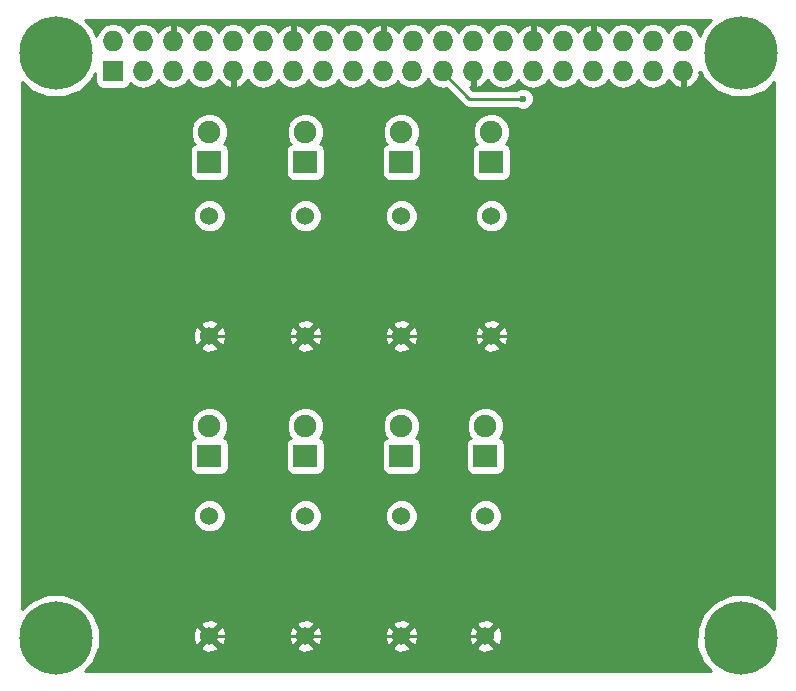
<source format=gbl>
G04 #@! TF.FileFunction,Copper,L2,Bot,Signal*
%FSLAX46Y46*%
G04 Gerber Fmt 4.6, Leading zero omitted, Abs format (unit mm)*
G04 Created by KiCad (PCBNEW 4.0.2-stable) date 20/7/2016 18:22:48*
%MOMM*%
G01*
G04 APERTURE LIST*
%ADD10C,0.100000*%
%ADD11R,1.727200X1.727200*%
%ADD12O,1.727200X1.727200*%
%ADD13R,2.000000X1.900000*%
%ADD14C,1.900000*%
%ADD15C,1.524000*%
%ADD16C,6.200000*%
%ADD17C,0.600000*%
%ADD18C,0.250000*%
%ADD19C,0.254000*%
G04 APERTURE END LIST*
D10*
D11*
X93002800Y-67744900D03*
D12*
X93002800Y-65204900D03*
X95542800Y-67744900D03*
X95542800Y-65204900D03*
X98082800Y-67744900D03*
X98082800Y-65204900D03*
X100622800Y-67744900D03*
X100622800Y-65204900D03*
X103162800Y-67744900D03*
X103162800Y-65204900D03*
X105702800Y-67744900D03*
X105702800Y-65204900D03*
X108242800Y-67744900D03*
X108242800Y-65204900D03*
X110782800Y-67744900D03*
X110782800Y-65204900D03*
X113322800Y-67744900D03*
X113322800Y-65204900D03*
X115862800Y-67744900D03*
X115862800Y-65204900D03*
X118302800Y-67744900D03*
X118402800Y-65204900D03*
X120942800Y-67744900D03*
X120942800Y-65204900D03*
X123482800Y-67744900D03*
X123482800Y-65204900D03*
X126022800Y-67744900D03*
X126022800Y-65204900D03*
X128562800Y-67744900D03*
X128562800Y-65204900D03*
X131102800Y-67744900D03*
X131102800Y-65204900D03*
X133642800Y-67744900D03*
X133642800Y-65204900D03*
X136182800Y-67744900D03*
X136182800Y-65204900D03*
X138722800Y-67744900D03*
X138722800Y-65204900D03*
X141262800Y-67744900D03*
X141262800Y-65204900D03*
D13*
X117398800Y-100355400D03*
D14*
X117398800Y-97815400D03*
D13*
X109270800Y-100355400D03*
D14*
X109270800Y-97815400D03*
D13*
X124510800Y-100355400D03*
D14*
X124510800Y-97815400D03*
D13*
X101142800Y-75463400D03*
D14*
X101142800Y-72923400D03*
D13*
X101142800Y-100355400D03*
D14*
X101142800Y-97815400D03*
D13*
X109270800Y-75463400D03*
D14*
X109270800Y-72923400D03*
D13*
X117398800Y-75463400D03*
D14*
X117398800Y-72923400D03*
D13*
X125018800Y-75463400D03*
D14*
X125018800Y-72923400D03*
D15*
X117398800Y-115595400D03*
X117398800Y-105435400D03*
X109270800Y-115595400D03*
X109270800Y-105435400D03*
X124510800Y-115595400D03*
X124510800Y-105435400D03*
X101142800Y-90195400D03*
X101142800Y-80035400D03*
X101142800Y-115595400D03*
X101142800Y-105435400D03*
X109270800Y-90195400D03*
X109270800Y-80035400D03*
X117398800Y-90195400D03*
X117398800Y-80035400D03*
X125018800Y-90195400D03*
X125018800Y-80035400D03*
D16*
X146132800Y-66263400D03*
X146132800Y-115763400D03*
X88132800Y-115763400D03*
X88132800Y-66263400D03*
D17*
X127695960Y-70106540D03*
D18*
X127695960Y-70106540D02*
X127322580Y-70101460D01*
X127322580Y-70101460D02*
X123131580Y-70101460D01*
X123131580Y-70101460D02*
X120812560Y-67782440D01*
X101142800Y-90195400D02*
X109270800Y-90195400D01*
X109270800Y-90195400D02*
X117398800Y-90195400D01*
X125018800Y-90195400D02*
X128295400Y-90195400D01*
X141132560Y-77358240D02*
X141132560Y-67782440D01*
X128295400Y-90195400D02*
X141132560Y-77358240D01*
X117398800Y-115595400D02*
X109270800Y-115595400D01*
X109270800Y-115595400D02*
X101142800Y-115595400D01*
X101142800Y-115595400D02*
X99110800Y-113563400D01*
X99110800Y-113563400D02*
X99110800Y-92227400D01*
X99110800Y-92227400D02*
X101142800Y-90195400D01*
X117398800Y-90195400D02*
X125018800Y-90195400D01*
X124510800Y-115595400D02*
X117398800Y-115595400D01*
D19*
G36*
X103289800Y-67617900D02*
X103309800Y-67617900D01*
X103309800Y-67871900D01*
X103289800Y-67871900D01*
X103289800Y-69078717D01*
X103521826Y-69199858D01*
X103937747Y-69027588D01*
X104369621Y-68633390D01*
X104427136Y-68510672D01*
X104643130Y-68833929D01*
X105129311Y-69158785D01*
X105702800Y-69272859D01*
X106276289Y-69158785D01*
X106762470Y-68833929D01*
X106972800Y-68519148D01*
X107183130Y-68833929D01*
X107669311Y-69158785D01*
X108242800Y-69272859D01*
X108816289Y-69158785D01*
X109302470Y-68833929D01*
X109512800Y-68519148D01*
X109723130Y-68833929D01*
X110209311Y-69158785D01*
X110782800Y-69272859D01*
X111356289Y-69158785D01*
X111842470Y-68833929D01*
X112052800Y-68519148D01*
X112263130Y-68833929D01*
X112749311Y-69158785D01*
X113322800Y-69272859D01*
X113896289Y-69158785D01*
X114382470Y-68833929D01*
X114592800Y-68519148D01*
X114803130Y-68833929D01*
X115289311Y-69158785D01*
X115862800Y-69272859D01*
X116436289Y-69158785D01*
X116922470Y-68833929D01*
X117082800Y-68593978D01*
X117243130Y-68833929D01*
X117729311Y-69158785D01*
X118302800Y-69272859D01*
X118876289Y-69158785D01*
X119362470Y-68833929D01*
X119622800Y-68444318D01*
X119883130Y-68833929D01*
X120369311Y-69158785D01*
X120942800Y-69272859D01*
X121180830Y-69225512D01*
X122594179Y-70638861D01*
X122840741Y-70803608D01*
X123131580Y-70861460D01*
X127128426Y-70861460D01*
X127165633Y-70898732D01*
X127509161Y-71041378D01*
X127881127Y-71041702D01*
X128224903Y-70899657D01*
X128488152Y-70636867D01*
X128630798Y-70293339D01*
X128631122Y-69921373D01*
X128489077Y-69577597D01*
X128226287Y-69314348D01*
X127882759Y-69171702D01*
X127510793Y-69171378D01*
X127167017Y-69313423D01*
X127138931Y-69341460D01*
X123446382Y-69341460D01*
X123242693Y-69137771D01*
X123355800Y-69078717D01*
X123355800Y-67871900D01*
X123335800Y-67871900D01*
X123335800Y-67617900D01*
X123355800Y-67617900D01*
X123355800Y-67597900D01*
X123609800Y-67597900D01*
X123609800Y-67617900D01*
X123629800Y-67617900D01*
X123629800Y-67871900D01*
X123609800Y-67871900D01*
X123609800Y-69078717D01*
X123841826Y-69199858D01*
X124257747Y-69027588D01*
X124689621Y-68633390D01*
X124747136Y-68510672D01*
X124963130Y-68833929D01*
X125449311Y-69158785D01*
X126022800Y-69272859D01*
X126596289Y-69158785D01*
X127082470Y-68833929D01*
X127292800Y-68519148D01*
X127503130Y-68833929D01*
X127989311Y-69158785D01*
X128562800Y-69272859D01*
X129136289Y-69158785D01*
X129622470Y-68833929D01*
X129832800Y-68519148D01*
X130043130Y-68833929D01*
X130529311Y-69158785D01*
X131102800Y-69272859D01*
X131676289Y-69158785D01*
X132162470Y-68833929D01*
X132372800Y-68519148D01*
X132583130Y-68833929D01*
X133069311Y-69158785D01*
X133642800Y-69272859D01*
X134216289Y-69158785D01*
X134702470Y-68833929D01*
X134912800Y-68519148D01*
X135123130Y-68833929D01*
X135609311Y-69158785D01*
X136182800Y-69272859D01*
X136756289Y-69158785D01*
X137242470Y-68833929D01*
X137452800Y-68519148D01*
X137663130Y-68833929D01*
X138149311Y-69158785D01*
X138722800Y-69272859D01*
X139296289Y-69158785D01*
X139782470Y-68833929D01*
X139998464Y-68510672D01*
X140055979Y-68633390D01*
X140487853Y-69027588D01*
X140903774Y-69199858D01*
X141135800Y-69078717D01*
X141135800Y-67871900D01*
X141115800Y-67871900D01*
X141115800Y-67617900D01*
X141135800Y-67617900D01*
X141135800Y-67597900D01*
X141389800Y-67597900D01*
X141389800Y-67617900D01*
X141409800Y-67617900D01*
X141409800Y-67871900D01*
X141389800Y-67871900D01*
X141389800Y-69078717D01*
X141621826Y-69199858D01*
X142037747Y-69027588D01*
X142469621Y-68633390D01*
X142717768Y-68103927D01*
X142597270Y-67871902D01*
X142756143Y-67871902D01*
X142964575Y-68376344D01*
X144014330Y-69427933D01*
X145386603Y-69997750D01*
X146872478Y-69999047D01*
X148245744Y-69431625D01*
X148947800Y-68730793D01*
X148947800Y-113296614D01*
X148251270Y-112598867D01*
X146878997Y-112029050D01*
X145393122Y-112027753D01*
X144019856Y-112595175D01*
X142968267Y-113644930D01*
X142398450Y-115017203D01*
X142397153Y-116503078D01*
X142964575Y-117876344D01*
X143665407Y-118578400D01*
X90599586Y-118578400D01*
X91297333Y-117881870D01*
X91839737Y-116575613D01*
X100342192Y-116575613D01*
X100411657Y-116817797D01*
X100935102Y-117004544D01*
X101490168Y-116976762D01*
X101873943Y-116817797D01*
X101943408Y-116575613D01*
X108470192Y-116575613D01*
X108539657Y-116817797D01*
X109063102Y-117004544D01*
X109618168Y-116976762D01*
X110001943Y-116817797D01*
X110071408Y-116575613D01*
X116598192Y-116575613D01*
X116667657Y-116817797D01*
X117191102Y-117004544D01*
X117746168Y-116976762D01*
X118129943Y-116817797D01*
X118199408Y-116575613D01*
X123710192Y-116575613D01*
X123779657Y-116817797D01*
X124303102Y-117004544D01*
X124858168Y-116976762D01*
X125241943Y-116817797D01*
X125311408Y-116575613D01*
X124510800Y-115775005D01*
X123710192Y-116575613D01*
X118199408Y-116575613D01*
X117398800Y-115775005D01*
X116598192Y-116575613D01*
X110071408Y-116575613D01*
X109270800Y-115775005D01*
X108470192Y-116575613D01*
X101943408Y-116575613D01*
X101142800Y-115775005D01*
X100342192Y-116575613D01*
X91839737Y-116575613D01*
X91867150Y-116509597D01*
X91868129Y-115387702D01*
X99733656Y-115387702D01*
X99761438Y-115942768D01*
X99920403Y-116326543D01*
X100162587Y-116396008D01*
X100963195Y-115595400D01*
X101322405Y-115595400D01*
X102123013Y-116396008D01*
X102365197Y-116326543D01*
X102551944Y-115803098D01*
X102531153Y-115387702D01*
X107861656Y-115387702D01*
X107889438Y-115942768D01*
X108048403Y-116326543D01*
X108290587Y-116396008D01*
X109091195Y-115595400D01*
X109450405Y-115595400D01*
X110251013Y-116396008D01*
X110493197Y-116326543D01*
X110679944Y-115803098D01*
X110659153Y-115387702D01*
X115989656Y-115387702D01*
X116017438Y-115942768D01*
X116176403Y-116326543D01*
X116418587Y-116396008D01*
X117219195Y-115595400D01*
X117578405Y-115595400D01*
X118379013Y-116396008D01*
X118621197Y-116326543D01*
X118807944Y-115803098D01*
X118787153Y-115387702D01*
X123101656Y-115387702D01*
X123129438Y-115942768D01*
X123288403Y-116326543D01*
X123530587Y-116396008D01*
X124331195Y-115595400D01*
X124690405Y-115595400D01*
X125491013Y-116396008D01*
X125733197Y-116326543D01*
X125919944Y-115803098D01*
X125892162Y-115248032D01*
X125733197Y-114864257D01*
X125491013Y-114794792D01*
X124690405Y-115595400D01*
X124331195Y-115595400D01*
X123530587Y-114794792D01*
X123288403Y-114864257D01*
X123101656Y-115387702D01*
X118787153Y-115387702D01*
X118780162Y-115248032D01*
X118621197Y-114864257D01*
X118379013Y-114794792D01*
X117578405Y-115595400D01*
X117219195Y-115595400D01*
X116418587Y-114794792D01*
X116176403Y-114864257D01*
X115989656Y-115387702D01*
X110659153Y-115387702D01*
X110652162Y-115248032D01*
X110493197Y-114864257D01*
X110251013Y-114794792D01*
X109450405Y-115595400D01*
X109091195Y-115595400D01*
X108290587Y-114794792D01*
X108048403Y-114864257D01*
X107861656Y-115387702D01*
X102531153Y-115387702D01*
X102524162Y-115248032D01*
X102365197Y-114864257D01*
X102123013Y-114794792D01*
X101322405Y-115595400D01*
X100963195Y-115595400D01*
X100162587Y-114794792D01*
X99920403Y-114864257D01*
X99733656Y-115387702D01*
X91868129Y-115387702D01*
X91868447Y-115023722D01*
X91699644Y-114615187D01*
X100342192Y-114615187D01*
X101142800Y-115415795D01*
X101943408Y-114615187D01*
X108470192Y-114615187D01*
X109270800Y-115415795D01*
X110071408Y-114615187D01*
X116598192Y-114615187D01*
X117398800Y-115415795D01*
X118199408Y-114615187D01*
X123710192Y-114615187D01*
X124510800Y-115415795D01*
X125311408Y-114615187D01*
X125241943Y-114373003D01*
X124718498Y-114186256D01*
X124163432Y-114214038D01*
X123779657Y-114373003D01*
X123710192Y-114615187D01*
X118199408Y-114615187D01*
X118129943Y-114373003D01*
X117606498Y-114186256D01*
X117051432Y-114214038D01*
X116667657Y-114373003D01*
X116598192Y-114615187D01*
X110071408Y-114615187D01*
X110001943Y-114373003D01*
X109478498Y-114186256D01*
X108923432Y-114214038D01*
X108539657Y-114373003D01*
X108470192Y-114615187D01*
X101943408Y-114615187D01*
X101873943Y-114373003D01*
X101350498Y-114186256D01*
X100795432Y-114214038D01*
X100411657Y-114373003D01*
X100342192Y-114615187D01*
X91699644Y-114615187D01*
X91301025Y-113650456D01*
X90251270Y-112598867D01*
X88878997Y-112029050D01*
X87393122Y-112027753D01*
X86019856Y-112595175D01*
X85317800Y-113296007D01*
X85317800Y-105712061D01*
X99745558Y-105712061D01*
X99957790Y-106225703D01*
X100350430Y-106619029D01*
X100863700Y-106832157D01*
X101419461Y-106832642D01*
X101933103Y-106620410D01*
X102326429Y-106227770D01*
X102539557Y-105714500D01*
X102539559Y-105712061D01*
X107873558Y-105712061D01*
X108085790Y-106225703D01*
X108478430Y-106619029D01*
X108991700Y-106832157D01*
X109547461Y-106832642D01*
X110061103Y-106620410D01*
X110454429Y-106227770D01*
X110667557Y-105714500D01*
X110667559Y-105712061D01*
X116001558Y-105712061D01*
X116213790Y-106225703D01*
X116606430Y-106619029D01*
X117119700Y-106832157D01*
X117675461Y-106832642D01*
X118189103Y-106620410D01*
X118582429Y-106227770D01*
X118795557Y-105714500D01*
X118795559Y-105712061D01*
X123113558Y-105712061D01*
X123325790Y-106225703D01*
X123718430Y-106619029D01*
X124231700Y-106832157D01*
X124787461Y-106832642D01*
X125301103Y-106620410D01*
X125694429Y-106227770D01*
X125907557Y-105714500D01*
X125908042Y-105158739D01*
X125695810Y-104645097D01*
X125303170Y-104251771D01*
X124789900Y-104038643D01*
X124234139Y-104038158D01*
X123720497Y-104250390D01*
X123327171Y-104643030D01*
X123114043Y-105156300D01*
X123113558Y-105712061D01*
X118795559Y-105712061D01*
X118796042Y-105158739D01*
X118583810Y-104645097D01*
X118191170Y-104251771D01*
X117677900Y-104038643D01*
X117122139Y-104038158D01*
X116608497Y-104250390D01*
X116215171Y-104643030D01*
X116002043Y-105156300D01*
X116001558Y-105712061D01*
X110667559Y-105712061D01*
X110668042Y-105158739D01*
X110455810Y-104645097D01*
X110063170Y-104251771D01*
X109549900Y-104038643D01*
X108994139Y-104038158D01*
X108480497Y-104250390D01*
X108087171Y-104643030D01*
X107874043Y-105156300D01*
X107873558Y-105712061D01*
X102539559Y-105712061D01*
X102540042Y-105158739D01*
X102327810Y-104645097D01*
X101935170Y-104251771D01*
X101421900Y-104038643D01*
X100866139Y-104038158D01*
X100352497Y-104250390D01*
X99959171Y-104643030D01*
X99746043Y-105156300D01*
X99745558Y-105712061D01*
X85317800Y-105712061D01*
X85317800Y-99405400D01*
X99495360Y-99405400D01*
X99495360Y-101305400D01*
X99539638Y-101540717D01*
X99678710Y-101756841D01*
X99890910Y-101901831D01*
X100142800Y-101952840D01*
X102142800Y-101952840D01*
X102378117Y-101908562D01*
X102594241Y-101769490D01*
X102739231Y-101557290D01*
X102790240Y-101305400D01*
X102790240Y-99405400D01*
X107623360Y-99405400D01*
X107623360Y-101305400D01*
X107667638Y-101540717D01*
X107806710Y-101756841D01*
X108018910Y-101901831D01*
X108270800Y-101952840D01*
X110270800Y-101952840D01*
X110506117Y-101908562D01*
X110722241Y-101769490D01*
X110867231Y-101557290D01*
X110918240Y-101305400D01*
X110918240Y-99405400D01*
X115751360Y-99405400D01*
X115751360Y-101305400D01*
X115795638Y-101540717D01*
X115934710Y-101756841D01*
X116146910Y-101901831D01*
X116398800Y-101952840D01*
X118398800Y-101952840D01*
X118634117Y-101908562D01*
X118850241Y-101769490D01*
X118995231Y-101557290D01*
X119046240Y-101305400D01*
X119046240Y-99405400D01*
X122863360Y-99405400D01*
X122863360Y-101305400D01*
X122907638Y-101540717D01*
X123046710Y-101756841D01*
X123258910Y-101901831D01*
X123510800Y-101952840D01*
X125510800Y-101952840D01*
X125746117Y-101908562D01*
X125962241Y-101769490D01*
X126107231Y-101557290D01*
X126158240Y-101305400D01*
X126158240Y-99405400D01*
X126113962Y-99170083D01*
X125974890Y-98953959D01*
X125762690Y-98808969D01*
X125759608Y-98808345D01*
X125853714Y-98714403D01*
X126095524Y-98132059D01*
X126096075Y-97501507D01*
X125855281Y-96918743D01*
X125409803Y-96472486D01*
X124827459Y-96230676D01*
X124196907Y-96230125D01*
X123614143Y-96470919D01*
X123167886Y-96916397D01*
X122926076Y-97498741D01*
X122925525Y-98129293D01*
X123166319Y-98712057D01*
X123263829Y-98809737D01*
X123059359Y-98941310D01*
X122914369Y-99153510D01*
X122863360Y-99405400D01*
X119046240Y-99405400D01*
X119001962Y-99170083D01*
X118862890Y-98953959D01*
X118650690Y-98808969D01*
X118647608Y-98808345D01*
X118741714Y-98714403D01*
X118983524Y-98132059D01*
X118984075Y-97501507D01*
X118743281Y-96918743D01*
X118297803Y-96472486D01*
X117715459Y-96230676D01*
X117084907Y-96230125D01*
X116502143Y-96470919D01*
X116055886Y-96916397D01*
X115814076Y-97498741D01*
X115813525Y-98129293D01*
X116054319Y-98712057D01*
X116151829Y-98809737D01*
X115947359Y-98941310D01*
X115802369Y-99153510D01*
X115751360Y-99405400D01*
X110918240Y-99405400D01*
X110873962Y-99170083D01*
X110734890Y-98953959D01*
X110522690Y-98808969D01*
X110519608Y-98808345D01*
X110613714Y-98714403D01*
X110855524Y-98132059D01*
X110856075Y-97501507D01*
X110615281Y-96918743D01*
X110169803Y-96472486D01*
X109587459Y-96230676D01*
X108956907Y-96230125D01*
X108374143Y-96470919D01*
X107927886Y-96916397D01*
X107686076Y-97498741D01*
X107685525Y-98129293D01*
X107926319Y-98712057D01*
X108023829Y-98809737D01*
X107819359Y-98941310D01*
X107674369Y-99153510D01*
X107623360Y-99405400D01*
X102790240Y-99405400D01*
X102745962Y-99170083D01*
X102606890Y-98953959D01*
X102394690Y-98808969D01*
X102391608Y-98808345D01*
X102485714Y-98714403D01*
X102727524Y-98132059D01*
X102728075Y-97501507D01*
X102487281Y-96918743D01*
X102041803Y-96472486D01*
X101459459Y-96230676D01*
X100828907Y-96230125D01*
X100246143Y-96470919D01*
X99799886Y-96916397D01*
X99558076Y-97498741D01*
X99557525Y-98129293D01*
X99798319Y-98712057D01*
X99895829Y-98809737D01*
X99691359Y-98941310D01*
X99546369Y-99153510D01*
X99495360Y-99405400D01*
X85317800Y-99405400D01*
X85317800Y-91175613D01*
X100342192Y-91175613D01*
X100411657Y-91417797D01*
X100935102Y-91604544D01*
X101490168Y-91576762D01*
X101873943Y-91417797D01*
X101943408Y-91175613D01*
X108470192Y-91175613D01*
X108539657Y-91417797D01*
X109063102Y-91604544D01*
X109618168Y-91576762D01*
X110001943Y-91417797D01*
X110071408Y-91175613D01*
X116598192Y-91175613D01*
X116667657Y-91417797D01*
X117191102Y-91604544D01*
X117746168Y-91576762D01*
X118129943Y-91417797D01*
X118199408Y-91175613D01*
X124218192Y-91175613D01*
X124287657Y-91417797D01*
X124811102Y-91604544D01*
X125366168Y-91576762D01*
X125749943Y-91417797D01*
X125819408Y-91175613D01*
X125018800Y-90375005D01*
X124218192Y-91175613D01*
X118199408Y-91175613D01*
X117398800Y-90375005D01*
X116598192Y-91175613D01*
X110071408Y-91175613D01*
X109270800Y-90375005D01*
X108470192Y-91175613D01*
X101943408Y-91175613D01*
X101142800Y-90375005D01*
X100342192Y-91175613D01*
X85317800Y-91175613D01*
X85317800Y-89987702D01*
X99733656Y-89987702D01*
X99761438Y-90542768D01*
X99920403Y-90926543D01*
X100162587Y-90996008D01*
X100963195Y-90195400D01*
X101322405Y-90195400D01*
X102123013Y-90996008D01*
X102365197Y-90926543D01*
X102551944Y-90403098D01*
X102531153Y-89987702D01*
X107861656Y-89987702D01*
X107889438Y-90542768D01*
X108048403Y-90926543D01*
X108290587Y-90996008D01*
X109091195Y-90195400D01*
X109450405Y-90195400D01*
X110251013Y-90996008D01*
X110493197Y-90926543D01*
X110679944Y-90403098D01*
X110659153Y-89987702D01*
X115989656Y-89987702D01*
X116017438Y-90542768D01*
X116176403Y-90926543D01*
X116418587Y-90996008D01*
X117219195Y-90195400D01*
X117578405Y-90195400D01*
X118379013Y-90996008D01*
X118621197Y-90926543D01*
X118807944Y-90403098D01*
X118787153Y-89987702D01*
X123609656Y-89987702D01*
X123637438Y-90542768D01*
X123796403Y-90926543D01*
X124038587Y-90996008D01*
X124839195Y-90195400D01*
X125198405Y-90195400D01*
X125999013Y-90996008D01*
X126241197Y-90926543D01*
X126427944Y-90403098D01*
X126400162Y-89848032D01*
X126241197Y-89464257D01*
X125999013Y-89394792D01*
X125198405Y-90195400D01*
X124839195Y-90195400D01*
X124038587Y-89394792D01*
X123796403Y-89464257D01*
X123609656Y-89987702D01*
X118787153Y-89987702D01*
X118780162Y-89848032D01*
X118621197Y-89464257D01*
X118379013Y-89394792D01*
X117578405Y-90195400D01*
X117219195Y-90195400D01*
X116418587Y-89394792D01*
X116176403Y-89464257D01*
X115989656Y-89987702D01*
X110659153Y-89987702D01*
X110652162Y-89848032D01*
X110493197Y-89464257D01*
X110251013Y-89394792D01*
X109450405Y-90195400D01*
X109091195Y-90195400D01*
X108290587Y-89394792D01*
X108048403Y-89464257D01*
X107861656Y-89987702D01*
X102531153Y-89987702D01*
X102524162Y-89848032D01*
X102365197Y-89464257D01*
X102123013Y-89394792D01*
X101322405Y-90195400D01*
X100963195Y-90195400D01*
X100162587Y-89394792D01*
X99920403Y-89464257D01*
X99733656Y-89987702D01*
X85317800Y-89987702D01*
X85317800Y-89215187D01*
X100342192Y-89215187D01*
X101142800Y-90015795D01*
X101943408Y-89215187D01*
X108470192Y-89215187D01*
X109270800Y-90015795D01*
X110071408Y-89215187D01*
X116598192Y-89215187D01*
X117398800Y-90015795D01*
X118199408Y-89215187D01*
X124218192Y-89215187D01*
X125018800Y-90015795D01*
X125819408Y-89215187D01*
X125749943Y-88973003D01*
X125226498Y-88786256D01*
X124671432Y-88814038D01*
X124287657Y-88973003D01*
X124218192Y-89215187D01*
X118199408Y-89215187D01*
X118129943Y-88973003D01*
X117606498Y-88786256D01*
X117051432Y-88814038D01*
X116667657Y-88973003D01*
X116598192Y-89215187D01*
X110071408Y-89215187D01*
X110001943Y-88973003D01*
X109478498Y-88786256D01*
X108923432Y-88814038D01*
X108539657Y-88973003D01*
X108470192Y-89215187D01*
X101943408Y-89215187D01*
X101873943Y-88973003D01*
X101350498Y-88786256D01*
X100795432Y-88814038D01*
X100411657Y-88973003D01*
X100342192Y-89215187D01*
X85317800Y-89215187D01*
X85317800Y-80312061D01*
X99745558Y-80312061D01*
X99957790Y-80825703D01*
X100350430Y-81219029D01*
X100863700Y-81432157D01*
X101419461Y-81432642D01*
X101933103Y-81220410D01*
X102326429Y-80827770D01*
X102539557Y-80314500D01*
X102539559Y-80312061D01*
X107873558Y-80312061D01*
X108085790Y-80825703D01*
X108478430Y-81219029D01*
X108991700Y-81432157D01*
X109547461Y-81432642D01*
X110061103Y-81220410D01*
X110454429Y-80827770D01*
X110667557Y-80314500D01*
X110667559Y-80312061D01*
X116001558Y-80312061D01*
X116213790Y-80825703D01*
X116606430Y-81219029D01*
X117119700Y-81432157D01*
X117675461Y-81432642D01*
X118189103Y-81220410D01*
X118582429Y-80827770D01*
X118795557Y-80314500D01*
X118795559Y-80312061D01*
X123621558Y-80312061D01*
X123833790Y-80825703D01*
X124226430Y-81219029D01*
X124739700Y-81432157D01*
X125295461Y-81432642D01*
X125809103Y-81220410D01*
X126202429Y-80827770D01*
X126415557Y-80314500D01*
X126416042Y-79758739D01*
X126203810Y-79245097D01*
X125811170Y-78851771D01*
X125297900Y-78638643D01*
X124742139Y-78638158D01*
X124228497Y-78850390D01*
X123835171Y-79243030D01*
X123622043Y-79756300D01*
X123621558Y-80312061D01*
X118795559Y-80312061D01*
X118796042Y-79758739D01*
X118583810Y-79245097D01*
X118191170Y-78851771D01*
X117677900Y-78638643D01*
X117122139Y-78638158D01*
X116608497Y-78850390D01*
X116215171Y-79243030D01*
X116002043Y-79756300D01*
X116001558Y-80312061D01*
X110667559Y-80312061D01*
X110668042Y-79758739D01*
X110455810Y-79245097D01*
X110063170Y-78851771D01*
X109549900Y-78638643D01*
X108994139Y-78638158D01*
X108480497Y-78850390D01*
X108087171Y-79243030D01*
X107874043Y-79756300D01*
X107873558Y-80312061D01*
X102539559Y-80312061D01*
X102540042Y-79758739D01*
X102327810Y-79245097D01*
X101935170Y-78851771D01*
X101421900Y-78638643D01*
X100866139Y-78638158D01*
X100352497Y-78850390D01*
X99959171Y-79243030D01*
X99746043Y-79756300D01*
X99745558Y-80312061D01*
X85317800Y-80312061D01*
X85317800Y-74513400D01*
X99495360Y-74513400D01*
X99495360Y-76413400D01*
X99539638Y-76648717D01*
X99678710Y-76864841D01*
X99890910Y-77009831D01*
X100142800Y-77060840D01*
X102142800Y-77060840D01*
X102378117Y-77016562D01*
X102594241Y-76877490D01*
X102739231Y-76665290D01*
X102790240Y-76413400D01*
X102790240Y-74513400D01*
X107623360Y-74513400D01*
X107623360Y-76413400D01*
X107667638Y-76648717D01*
X107806710Y-76864841D01*
X108018910Y-77009831D01*
X108270800Y-77060840D01*
X110270800Y-77060840D01*
X110506117Y-77016562D01*
X110722241Y-76877490D01*
X110867231Y-76665290D01*
X110918240Y-76413400D01*
X110918240Y-74513400D01*
X115751360Y-74513400D01*
X115751360Y-76413400D01*
X115795638Y-76648717D01*
X115934710Y-76864841D01*
X116146910Y-77009831D01*
X116398800Y-77060840D01*
X118398800Y-77060840D01*
X118634117Y-77016562D01*
X118850241Y-76877490D01*
X118995231Y-76665290D01*
X119046240Y-76413400D01*
X119046240Y-74513400D01*
X123371360Y-74513400D01*
X123371360Y-76413400D01*
X123415638Y-76648717D01*
X123554710Y-76864841D01*
X123766910Y-77009831D01*
X124018800Y-77060840D01*
X126018800Y-77060840D01*
X126254117Y-77016562D01*
X126470241Y-76877490D01*
X126615231Y-76665290D01*
X126666240Y-76413400D01*
X126666240Y-74513400D01*
X126621962Y-74278083D01*
X126482890Y-74061959D01*
X126270690Y-73916969D01*
X126267608Y-73916345D01*
X126361714Y-73822403D01*
X126603524Y-73240059D01*
X126604075Y-72609507D01*
X126363281Y-72026743D01*
X125917803Y-71580486D01*
X125335459Y-71338676D01*
X124704907Y-71338125D01*
X124122143Y-71578919D01*
X123675886Y-72024397D01*
X123434076Y-72606741D01*
X123433525Y-73237293D01*
X123674319Y-73820057D01*
X123771829Y-73917737D01*
X123567359Y-74049310D01*
X123422369Y-74261510D01*
X123371360Y-74513400D01*
X119046240Y-74513400D01*
X119001962Y-74278083D01*
X118862890Y-74061959D01*
X118650690Y-73916969D01*
X118647608Y-73916345D01*
X118741714Y-73822403D01*
X118983524Y-73240059D01*
X118984075Y-72609507D01*
X118743281Y-72026743D01*
X118297803Y-71580486D01*
X117715459Y-71338676D01*
X117084907Y-71338125D01*
X116502143Y-71578919D01*
X116055886Y-72024397D01*
X115814076Y-72606741D01*
X115813525Y-73237293D01*
X116054319Y-73820057D01*
X116151829Y-73917737D01*
X115947359Y-74049310D01*
X115802369Y-74261510D01*
X115751360Y-74513400D01*
X110918240Y-74513400D01*
X110873962Y-74278083D01*
X110734890Y-74061959D01*
X110522690Y-73916969D01*
X110519608Y-73916345D01*
X110613714Y-73822403D01*
X110855524Y-73240059D01*
X110856075Y-72609507D01*
X110615281Y-72026743D01*
X110169803Y-71580486D01*
X109587459Y-71338676D01*
X108956907Y-71338125D01*
X108374143Y-71578919D01*
X107927886Y-72024397D01*
X107686076Y-72606741D01*
X107685525Y-73237293D01*
X107926319Y-73820057D01*
X108023829Y-73917737D01*
X107819359Y-74049310D01*
X107674369Y-74261510D01*
X107623360Y-74513400D01*
X102790240Y-74513400D01*
X102745962Y-74278083D01*
X102606890Y-74061959D01*
X102394690Y-73916969D01*
X102391608Y-73916345D01*
X102485714Y-73822403D01*
X102727524Y-73240059D01*
X102728075Y-72609507D01*
X102487281Y-72026743D01*
X102041803Y-71580486D01*
X101459459Y-71338676D01*
X100828907Y-71338125D01*
X100246143Y-71578919D01*
X99799886Y-72024397D01*
X99558076Y-72606741D01*
X99557525Y-73237293D01*
X99798319Y-73820057D01*
X99895829Y-73917737D01*
X99691359Y-74049310D01*
X99546369Y-74261510D01*
X99495360Y-74513400D01*
X85317800Y-74513400D01*
X85317800Y-68730186D01*
X86014330Y-69427933D01*
X87386603Y-69997750D01*
X88872478Y-69999047D01*
X90245744Y-69431625D01*
X91297333Y-68381870D01*
X91491760Y-67913637D01*
X91491760Y-68608500D01*
X91536038Y-68843817D01*
X91675110Y-69059941D01*
X91887310Y-69204931D01*
X92139200Y-69255940D01*
X93866400Y-69255940D01*
X94101717Y-69211662D01*
X94317841Y-69072590D01*
X94462831Y-68860390D01*
X94471664Y-68816769D01*
X94483130Y-68833929D01*
X94969311Y-69158785D01*
X95542800Y-69272859D01*
X96116289Y-69158785D01*
X96602470Y-68833929D01*
X96812800Y-68519148D01*
X97023130Y-68833929D01*
X97509311Y-69158785D01*
X98082800Y-69272859D01*
X98656289Y-69158785D01*
X99142470Y-68833929D01*
X99352800Y-68519148D01*
X99563130Y-68833929D01*
X100049311Y-69158785D01*
X100622800Y-69272859D01*
X101196289Y-69158785D01*
X101682470Y-68833929D01*
X101898464Y-68510672D01*
X101955979Y-68633390D01*
X102387853Y-69027588D01*
X102803774Y-69199858D01*
X103035800Y-69078717D01*
X103035800Y-67871900D01*
X103015800Y-67871900D01*
X103015800Y-67617900D01*
X103035800Y-67617900D01*
X103035800Y-67597900D01*
X103289800Y-67597900D01*
X103289800Y-67617900D01*
X103289800Y-67617900D01*
G37*
X103289800Y-67617900D02*
X103309800Y-67617900D01*
X103309800Y-67871900D01*
X103289800Y-67871900D01*
X103289800Y-69078717D01*
X103521826Y-69199858D01*
X103937747Y-69027588D01*
X104369621Y-68633390D01*
X104427136Y-68510672D01*
X104643130Y-68833929D01*
X105129311Y-69158785D01*
X105702800Y-69272859D01*
X106276289Y-69158785D01*
X106762470Y-68833929D01*
X106972800Y-68519148D01*
X107183130Y-68833929D01*
X107669311Y-69158785D01*
X108242800Y-69272859D01*
X108816289Y-69158785D01*
X109302470Y-68833929D01*
X109512800Y-68519148D01*
X109723130Y-68833929D01*
X110209311Y-69158785D01*
X110782800Y-69272859D01*
X111356289Y-69158785D01*
X111842470Y-68833929D01*
X112052800Y-68519148D01*
X112263130Y-68833929D01*
X112749311Y-69158785D01*
X113322800Y-69272859D01*
X113896289Y-69158785D01*
X114382470Y-68833929D01*
X114592800Y-68519148D01*
X114803130Y-68833929D01*
X115289311Y-69158785D01*
X115862800Y-69272859D01*
X116436289Y-69158785D01*
X116922470Y-68833929D01*
X117082800Y-68593978D01*
X117243130Y-68833929D01*
X117729311Y-69158785D01*
X118302800Y-69272859D01*
X118876289Y-69158785D01*
X119362470Y-68833929D01*
X119622800Y-68444318D01*
X119883130Y-68833929D01*
X120369311Y-69158785D01*
X120942800Y-69272859D01*
X121180830Y-69225512D01*
X122594179Y-70638861D01*
X122840741Y-70803608D01*
X123131580Y-70861460D01*
X127128426Y-70861460D01*
X127165633Y-70898732D01*
X127509161Y-71041378D01*
X127881127Y-71041702D01*
X128224903Y-70899657D01*
X128488152Y-70636867D01*
X128630798Y-70293339D01*
X128631122Y-69921373D01*
X128489077Y-69577597D01*
X128226287Y-69314348D01*
X127882759Y-69171702D01*
X127510793Y-69171378D01*
X127167017Y-69313423D01*
X127138931Y-69341460D01*
X123446382Y-69341460D01*
X123242693Y-69137771D01*
X123355800Y-69078717D01*
X123355800Y-67871900D01*
X123335800Y-67871900D01*
X123335800Y-67617900D01*
X123355800Y-67617900D01*
X123355800Y-67597900D01*
X123609800Y-67597900D01*
X123609800Y-67617900D01*
X123629800Y-67617900D01*
X123629800Y-67871900D01*
X123609800Y-67871900D01*
X123609800Y-69078717D01*
X123841826Y-69199858D01*
X124257747Y-69027588D01*
X124689621Y-68633390D01*
X124747136Y-68510672D01*
X124963130Y-68833929D01*
X125449311Y-69158785D01*
X126022800Y-69272859D01*
X126596289Y-69158785D01*
X127082470Y-68833929D01*
X127292800Y-68519148D01*
X127503130Y-68833929D01*
X127989311Y-69158785D01*
X128562800Y-69272859D01*
X129136289Y-69158785D01*
X129622470Y-68833929D01*
X129832800Y-68519148D01*
X130043130Y-68833929D01*
X130529311Y-69158785D01*
X131102800Y-69272859D01*
X131676289Y-69158785D01*
X132162470Y-68833929D01*
X132372800Y-68519148D01*
X132583130Y-68833929D01*
X133069311Y-69158785D01*
X133642800Y-69272859D01*
X134216289Y-69158785D01*
X134702470Y-68833929D01*
X134912800Y-68519148D01*
X135123130Y-68833929D01*
X135609311Y-69158785D01*
X136182800Y-69272859D01*
X136756289Y-69158785D01*
X137242470Y-68833929D01*
X137452800Y-68519148D01*
X137663130Y-68833929D01*
X138149311Y-69158785D01*
X138722800Y-69272859D01*
X139296289Y-69158785D01*
X139782470Y-68833929D01*
X139998464Y-68510672D01*
X140055979Y-68633390D01*
X140487853Y-69027588D01*
X140903774Y-69199858D01*
X141135800Y-69078717D01*
X141135800Y-67871900D01*
X141115800Y-67871900D01*
X141115800Y-67617900D01*
X141135800Y-67617900D01*
X141135800Y-67597900D01*
X141389800Y-67597900D01*
X141389800Y-67617900D01*
X141409800Y-67617900D01*
X141409800Y-67871900D01*
X141389800Y-67871900D01*
X141389800Y-69078717D01*
X141621826Y-69199858D01*
X142037747Y-69027588D01*
X142469621Y-68633390D01*
X142717768Y-68103927D01*
X142597270Y-67871902D01*
X142756143Y-67871902D01*
X142964575Y-68376344D01*
X144014330Y-69427933D01*
X145386603Y-69997750D01*
X146872478Y-69999047D01*
X148245744Y-69431625D01*
X148947800Y-68730793D01*
X148947800Y-113296614D01*
X148251270Y-112598867D01*
X146878997Y-112029050D01*
X145393122Y-112027753D01*
X144019856Y-112595175D01*
X142968267Y-113644930D01*
X142398450Y-115017203D01*
X142397153Y-116503078D01*
X142964575Y-117876344D01*
X143665407Y-118578400D01*
X90599586Y-118578400D01*
X91297333Y-117881870D01*
X91839737Y-116575613D01*
X100342192Y-116575613D01*
X100411657Y-116817797D01*
X100935102Y-117004544D01*
X101490168Y-116976762D01*
X101873943Y-116817797D01*
X101943408Y-116575613D01*
X108470192Y-116575613D01*
X108539657Y-116817797D01*
X109063102Y-117004544D01*
X109618168Y-116976762D01*
X110001943Y-116817797D01*
X110071408Y-116575613D01*
X116598192Y-116575613D01*
X116667657Y-116817797D01*
X117191102Y-117004544D01*
X117746168Y-116976762D01*
X118129943Y-116817797D01*
X118199408Y-116575613D01*
X123710192Y-116575613D01*
X123779657Y-116817797D01*
X124303102Y-117004544D01*
X124858168Y-116976762D01*
X125241943Y-116817797D01*
X125311408Y-116575613D01*
X124510800Y-115775005D01*
X123710192Y-116575613D01*
X118199408Y-116575613D01*
X117398800Y-115775005D01*
X116598192Y-116575613D01*
X110071408Y-116575613D01*
X109270800Y-115775005D01*
X108470192Y-116575613D01*
X101943408Y-116575613D01*
X101142800Y-115775005D01*
X100342192Y-116575613D01*
X91839737Y-116575613D01*
X91867150Y-116509597D01*
X91868129Y-115387702D01*
X99733656Y-115387702D01*
X99761438Y-115942768D01*
X99920403Y-116326543D01*
X100162587Y-116396008D01*
X100963195Y-115595400D01*
X101322405Y-115595400D01*
X102123013Y-116396008D01*
X102365197Y-116326543D01*
X102551944Y-115803098D01*
X102531153Y-115387702D01*
X107861656Y-115387702D01*
X107889438Y-115942768D01*
X108048403Y-116326543D01*
X108290587Y-116396008D01*
X109091195Y-115595400D01*
X109450405Y-115595400D01*
X110251013Y-116396008D01*
X110493197Y-116326543D01*
X110679944Y-115803098D01*
X110659153Y-115387702D01*
X115989656Y-115387702D01*
X116017438Y-115942768D01*
X116176403Y-116326543D01*
X116418587Y-116396008D01*
X117219195Y-115595400D01*
X117578405Y-115595400D01*
X118379013Y-116396008D01*
X118621197Y-116326543D01*
X118807944Y-115803098D01*
X118787153Y-115387702D01*
X123101656Y-115387702D01*
X123129438Y-115942768D01*
X123288403Y-116326543D01*
X123530587Y-116396008D01*
X124331195Y-115595400D01*
X124690405Y-115595400D01*
X125491013Y-116396008D01*
X125733197Y-116326543D01*
X125919944Y-115803098D01*
X125892162Y-115248032D01*
X125733197Y-114864257D01*
X125491013Y-114794792D01*
X124690405Y-115595400D01*
X124331195Y-115595400D01*
X123530587Y-114794792D01*
X123288403Y-114864257D01*
X123101656Y-115387702D01*
X118787153Y-115387702D01*
X118780162Y-115248032D01*
X118621197Y-114864257D01*
X118379013Y-114794792D01*
X117578405Y-115595400D01*
X117219195Y-115595400D01*
X116418587Y-114794792D01*
X116176403Y-114864257D01*
X115989656Y-115387702D01*
X110659153Y-115387702D01*
X110652162Y-115248032D01*
X110493197Y-114864257D01*
X110251013Y-114794792D01*
X109450405Y-115595400D01*
X109091195Y-115595400D01*
X108290587Y-114794792D01*
X108048403Y-114864257D01*
X107861656Y-115387702D01*
X102531153Y-115387702D01*
X102524162Y-115248032D01*
X102365197Y-114864257D01*
X102123013Y-114794792D01*
X101322405Y-115595400D01*
X100963195Y-115595400D01*
X100162587Y-114794792D01*
X99920403Y-114864257D01*
X99733656Y-115387702D01*
X91868129Y-115387702D01*
X91868447Y-115023722D01*
X91699644Y-114615187D01*
X100342192Y-114615187D01*
X101142800Y-115415795D01*
X101943408Y-114615187D01*
X108470192Y-114615187D01*
X109270800Y-115415795D01*
X110071408Y-114615187D01*
X116598192Y-114615187D01*
X117398800Y-115415795D01*
X118199408Y-114615187D01*
X123710192Y-114615187D01*
X124510800Y-115415795D01*
X125311408Y-114615187D01*
X125241943Y-114373003D01*
X124718498Y-114186256D01*
X124163432Y-114214038D01*
X123779657Y-114373003D01*
X123710192Y-114615187D01*
X118199408Y-114615187D01*
X118129943Y-114373003D01*
X117606498Y-114186256D01*
X117051432Y-114214038D01*
X116667657Y-114373003D01*
X116598192Y-114615187D01*
X110071408Y-114615187D01*
X110001943Y-114373003D01*
X109478498Y-114186256D01*
X108923432Y-114214038D01*
X108539657Y-114373003D01*
X108470192Y-114615187D01*
X101943408Y-114615187D01*
X101873943Y-114373003D01*
X101350498Y-114186256D01*
X100795432Y-114214038D01*
X100411657Y-114373003D01*
X100342192Y-114615187D01*
X91699644Y-114615187D01*
X91301025Y-113650456D01*
X90251270Y-112598867D01*
X88878997Y-112029050D01*
X87393122Y-112027753D01*
X86019856Y-112595175D01*
X85317800Y-113296007D01*
X85317800Y-105712061D01*
X99745558Y-105712061D01*
X99957790Y-106225703D01*
X100350430Y-106619029D01*
X100863700Y-106832157D01*
X101419461Y-106832642D01*
X101933103Y-106620410D01*
X102326429Y-106227770D01*
X102539557Y-105714500D01*
X102539559Y-105712061D01*
X107873558Y-105712061D01*
X108085790Y-106225703D01*
X108478430Y-106619029D01*
X108991700Y-106832157D01*
X109547461Y-106832642D01*
X110061103Y-106620410D01*
X110454429Y-106227770D01*
X110667557Y-105714500D01*
X110667559Y-105712061D01*
X116001558Y-105712061D01*
X116213790Y-106225703D01*
X116606430Y-106619029D01*
X117119700Y-106832157D01*
X117675461Y-106832642D01*
X118189103Y-106620410D01*
X118582429Y-106227770D01*
X118795557Y-105714500D01*
X118795559Y-105712061D01*
X123113558Y-105712061D01*
X123325790Y-106225703D01*
X123718430Y-106619029D01*
X124231700Y-106832157D01*
X124787461Y-106832642D01*
X125301103Y-106620410D01*
X125694429Y-106227770D01*
X125907557Y-105714500D01*
X125908042Y-105158739D01*
X125695810Y-104645097D01*
X125303170Y-104251771D01*
X124789900Y-104038643D01*
X124234139Y-104038158D01*
X123720497Y-104250390D01*
X123327171Y-104643030D01*
X123114043Y-105156300D01*
X123113558Y-105712061D01*
X118795559Y-105712061D01*
X118796042Y-105158739D01*
X118583810Y-104645097D01*
X118191170Y-104251771D01*
X117677900Y-104038643D01*
X117122139Y-104038158D01*
X116608497Y-104250390D01*
X116215171Y-104643030D01*
X116002043Y-105156300D01*
X116001558Y-105712061D01*
X110667559Y-105712061D01*
X110668042Y-105158739D01*
X110455810Y-104645097D01*
X110063170Y-104251771D01*
X109549900Y-104038643D01*
X108994139Y-104038158D01*
X108480497Y-104250390D01*
X108087171Y-104643030D01*
X107874043Y-105156300D01*
X107873558Y-105712061D01*
X102539559Y-105712061D01*
X102540042Y-105158739D01*
X102327810Y-104645097D01*
X101935170Y-104251771D01*
X101421900Y-104038643D01*
X100866139Y-104038158D01*
X100352497Y-104250390D01*
X99959171Y-104643030D01*
X99746043Y-105156300D01*
X99745558Y-105712061D01*
X85317800Y-105712061D01*
X85317800Y-99405400D01*
X99495360Y-99405400D01*
X99495360Y-101305400D01*
X99539638Y-101540717D01*
X99678710Y-101756841D01*
X99890910Y-101901831D01*
X100142800Y-101952840D01*
X102142800Y-101952840D01*
X102378117Y-101908562D01*
X102594241Y-101769490D01*
X102739231Y-101557290D01*
X102790240Y-101305400D01*
X102790240Y-99405400D01*
X107623360Y-99405400D01*
X107623360Y-101305400D01*
X107667638Y-101540717D01*
X107806710Y-101756841D01*
X108018910Y-101901831D01*
X108270800Y-101952840D01*
X110270800Y-101952840D01*
X110506117Y-101908562D01*
X110722241Y-101769490D01*
X110867231Y-101557290D01*
X110918240Y-101305400D01*
X110918240Y-99405400D01*
X115751360Y-99405400D01*
X115751360Y-101305400D01*
X115795638Y-101540717D01*
X115934710Y-101756841D01*
X116146910Y-101901831D01*
X116398800Y-101952840D01*
X118398800Y-101952840D01*
X118634117Y-101908562D01*
X118850241Y-101769490D01*
X118995231Y-101557290D01*
X119046240Y-101305400D01*
X119046240Y-99405400D01*
X122863360Y-99405400D01*
X122863360Y-101305400D01*
X122907638Y-101540717D01*
X123046710Y-101756841D01*
X123258910Y-101901831D01*
X123510800Y-101952840D01*
X125510800Y-101952840D01*
X125746117Y-101908562D01*
X125962241Y-101769490D01*
X126107231Y-101557290D01*
X126158240Y-101305400D01*
X126158240Y-99405400D01*
X126113962Y-99170083D01*
X125974890Y-98953959D01*
X125762690Y-98808969D01*
X125759608Y-98808345D01*
X125853714Y-98714403D01*
X126095524Y-98132059D01*
X126096075Y-97501507D01*
X125855281Y-96918743D01*
X125409803Y-96472486D01*
X124827459Y-96230676D01*
X124196907Y-96230125D01*
X123614143Y-96470919D01*
X123167886Y-96916397D01*
X122926076Y-97498741D01*
X122925525Y-98129293D01*
X123166319Y-98712057D01*
X123263829Y-98809737D01*
X123059359Y-98941310D01*
X122914369Y-99153510D01*
X122863360Y-99405400D01*
X119046240Y-99405400D01*
X119001962Y-99170083D01*
X118862890Y-98953959D01*
X118650690Y-98808969D01*
X118647608Y-98808345D01*
X118741714Y-98714403D01*
X118983524Y-98132059D01*
X118984075Y-97501507D01*
X118743281Y-96918743D01*
X118297803Y-96472486D01*
X117715459Y-96230676D01*
X117084907Y-96230125D01*
X116502143Y-96470919D01*
X116055886Y-96916397D01*
X115814076Y-97498741D01*
X115813525Y-98129293D01*
X116054319Y-98712057D01*
X116151829Y-98809737D01*
X115947359Y-98941310D01*
X115802369Y-99153510D01*
X115751360Y-99405400D01*
X110918240Y-99405400D01*
X110873962Y-99170083D01*
X110734890Y-98953959D01*
X110522690Y-98808969D01*
X110519608Y-98808345D01*
X110613714Y-98714403D01*
X110855524Y-98132059D01*
X110856075Y-97501507D01*
X110615281Y-96918743D01*
X110169803Y-96472486D01*
X109587459Y-96230676D01*
X108956907Y-96230125D01*
X108374143Y-96470919D01*
X107927886Y-96916397D01*
X107686076Y-97498741D01*
X107685525Y-98129293D01*
X107926319Y-98712057D01*
X108023829Y-98809737D01*
X107819359Y-98941310D01*
X107674369Y-99153510D01*
X107623360Y-99405400D01*
X102790240Y-99405400D01*
X102745962Y-99170083D01*
X102606890Y-98953959D01*
X102394690Y-98808969D01*
X102391608Y-98808345D01*
X102485714Y-98714403D01*
X102727524Y-98132059D01*
X102728075Y-97501507D01*
X102487281Y-96918743D01*
X102041803Y-96472486D01*
X101459459Y-96230676D01*
X100828907Y-96230125D01*
X100246143Y-96470919D01*
X99799886Y-96916397D01*
X99558076Y-97498741D01*
X99557525Y-98129293D01*
X99798319Y-98712057D01*
X99895829Y-98809737D01*
X99691359Y-98941310D01*
X99546369Y-99153510D01*
X99495360Y-99405400D01*
X85317800Y-99405400D01*
X85317800Y-91175613D01*
X100342192Y-91175613D01*
X100411657Y-91417797D01*
X100935102Y-91604544D01*
X101490168Y-91576762D01*
X101873943Y-91417797D01*
X101943408Y-91175613D01*
X108470192Y-91175613D01*
X108539657Y-91417797D01*
X109063102Y-91604544D01*
X109618168Y-91576762D01*
X110001943Y-91417797D01*
X110071408Y-91175613D01*
X116598192Y-91175613D01*
X116667657Y-91417797D01*
X117191102Y-91604544D01*
X117746168Y-91576762D01*
X118129943Y-91417797D01*
X118199408Y-91175613D01*
X124218192Y-91175613D01*
X124287657Y-91417797D01*
X124811102Y-91604544D01*
X125366168Y-91576762D01*
X125749943Y-91417797D01*
X125819408Y-91175613D01*
X125018800Y-90375005D01*
X124218192Y-91175613D01*
X118199408Y-91175613D01*
X117398800Y-90375005D01*
X116598192Y-91175613D01*
X110071408Y-91175613D01*
X109270800Y-90375005D01*
X108470192Y-91175613D01*
X101943408Y-91175613D01*
X101142800Y-90375005D01*
X100342192Y-91175613D01*
X85317800Y-91175613D01*
X85317800Y-89987702D01*
X99733656Y-89987702D01*
X99761438Y-90542768D01*
X99920403Y-90926543D01*
X100162587Y-90996008D01*
X100963195Y-90195400D01*
X101322405Y-90195400D01*
X102123013Y-90996008D01*
X102365197Y-90926543D01*
X102551944Y-90403098D01*
X102531153Y-89987702D01*
X107861656Y-89987702D01*
X107889438Y-90542768D01*
X108048403Y-90926543D01*
X108290587Y-90996008D01*
X109091195Y-90195400D01*
X109450405Y-90195400D01*
X110251013Y-90996008D01*
X110493197Y-90926543D01*
X110679944Y-90403098D01*
X110659153Y-89987702D01*
X115989656Y-89987702D01*
X116017438Y-90542768D01*
X116176403Y-90926543D01*
X116418587Y-90996008D01*
X117219195Y-90195400D01*
X117578405Y-90195400D01*
X118379013Y-90996008D01*
X118621197Y-90926543D01*
X118807944Y-90403098D01*
X118787153Y-89987702D01*
X123609656Y-89987702D01*
X123637438Y-90542768D01*
X123796403Y-90926543D01*
X124038587Y-90996008D01*
X124839195Y-90195400D01*
X125198405Y-90195400D01*
X125999013Y-90996008D01*
X126241197Y-90926543D01*
X126427944Y-90403098D01*
X126400162Y-89848032D01*
X126241197Y-89464257D01*
X125999013Y-89394792D01*
X125198405Y-90195400D01*
X124839195Y-90195400D01*
X124038587Y-89394792D01*
X123796403Y-89464257D01*
X123609656Y-89987702D01*
X118787153Y-89987702D01*
X118780162Y-89848032D01*
X118621197Y-89464257D01*
X118379013Y-89394792D01*
X117578405Y-90195400D01*
X117219195Y-90195400D01*
X116418587Y-89394792D01*
X116176403Y-89464257D01*
X115989656Y-89987702D01*
X110659153Y-89987702D01*
X110652162Y-89848032D01*
X110493197Y-89464257D01*
X110251013Y-89394792D01*
X109450405Y-90195400D01*
X109091195Y-90195400D01*
X108290587Y-89394792D01*
X108048403Y-89464257D01*
X107861656Y-89987702D01*
X102531153Y-89987702D01*
X102524162Y-89848032D01*
X102365197Y-89464257D01*
X102123013Y-89394792D01*
X101322405Y-90195400D01*
X100963195Y-90195400D01*
X100162587Y-89394792D01*
X99920403Y-89464257D01*
X99733656Y-89987702D01*
X85317800Y-89987702D01*
X85317800Y-89215187D01*
X100342192Y-89215187D01*
X101142800Y-90015795D01*
X101943408Y-89215187D01*
X108470192Y-89215187D01*
X109270800Y-90015795D01*
X110071408Y-89215187D01*
X116598192Y-89215187D01*
X117398800Y-90015795D01*
X118199408Y-89215187D01*
X124218192Y-89215187D01*
X125018800Y-90015795D01*
X125819408Y-89215187D01*
X125749943Y-88973003D01*
X125226498Y-88786256D01*
X124671432Y-88814038D01*
X124287657Y-88973003D01*
X124218192Y-89215187D01*
X118199408Y-89215187D01*
X118129943Y-88973003D01*
X117606498Y-88786256D01*
X117051432Y-88814038D01*
X116667657Y-88973003D01*
X116598192Y-89215187D01*
X110071408Y-89215187D01*
X110001943Y-88973003D01*
X109478498Y-88786256D01*
X108923432Y-88814038D01*
X108539657Y-88973003D01*
X108470192Y-89215187D01*
X101943408Y-89215187D01*
X101873943Y-88973003D01*
X101350498Y-88786256D01*
X100795432Y-88814038D01*
X100411657Y-88973003D01*
X100342192Y-89215187D01*
X85317800Y-89215187D01*
X85317800Y-80312061D01*
X99745558Y-80312061D01*
X99957790Y-80825703D01*
X100350430Y-81219029D01*
X100863700Y-81432157D01*
X101419461Y-81432642D01*
X101933103Y-81220410D01*
X102326429Y-80827770D01*
X102539557Y-80314500D01*
X102539559Y-80312061D01*
X107873558Y-80312061D01*
X108085790Y-80825703D01*
X108478430Y-81219029D01*
X108991700Y-81432157D01*
X109547461Y-81432642D01*
X110061103Y-81220410D01*
X110454429Y-80827770D01*
X110667557Y-80314500D01*
X110667559Y-80312061D01*
X116001558Y-80312061D01*
X116213790Y-80825703D01*
X116606430Y-81219029D01*
X117119700Y-81432157D01*
X117675461Y-81432642D01*
X118189103Y-81220410D01*
X118582429Y-80827770D01*
X118795557Y-80314500D01*
X118795559Y-80312061D01*
X123621558Y-80312061D01*
X123833790Y-80825703D01*
X124226430Y-81219029D01*
X124739700Y-81432157D01*
X125295461Y-81432642D01*
X125809103Y-81220410D01*
X126202429Y-80827770D01*
X126415557Y-80314500D01*
X126416042Y-79758739D01*
X126203810Y-79245097D01*
X125811170Y-78851771D01*
X125297900Y-78638643D01*
X124742139Y-78638158D01*
X124228497Y-78850390D01*
X123835171Y-79243030D01*
X123622043Y-79756300D01*
X123621558Y-80312061D01*
X118795559Y-80312061D01*
X118796042Y-79758739D01*
X118583810Y-79245097D01*
X118191170Y-78851771D01*
X117677900Y-78638643D01*
X117122139Y-78638158D01*
X116608497Y-78850390D01*
X116215171Y-79243030D01*
X116002043Y-79756300D01*
X116001558Y-80312061D01*
X110667559Y-80312061D01*
X110668042Y-79758739D01*
X110455810Y-79245097D01*
X110063170Y-78851771D01*
X109549900Y-78638643D01*
X108994139Y-78638158D01*
X108480497Y-78850390D01*
X108087171Y-79243030D01*
X107874043Y-79756300D01*
X107873558Y-80312061D01*
X102539559Y-80312061D01*
X102540042Y-79758739D01*
X102327810Y-79245097D01*
X101935170Y-78851771D01*
X101421900Y-78638643D01*
X100866139Y-78638158D01*
X100352497Y-78850390D01*
X99959171Y-79243030D01*
X99746043Y-79756300D01*
X99745558Y-80312061D01*
X85317800Y-80312061D01*
X85317800Y-74513400D01*
X99495360Y-74513400D01*
X99495360Y-76413400D01*
X99539638Y-76648717D01*
X99678710Y-76864841D01*
X99890910Y-77009831D01*
X100142800Y-77060840D01*
X102142800Y-77060840D01*
X102378117Y-77016562D01*
X102594241Y-76877490D01*
X102739231Y-76665290D01*
X102790240Y-76413400D01*
X102790240Y-74513400D01*
X107623360Y-74513400D01*
X107623360Y-76413400D01*
X107667638Y-76648717D01*
X107806710Y-76864841D01*
X108018910Y-77009831D01*
X108270800Y-77060840D01*
X110270800Y-77060840D01*
X110506117Y-77016562D01*
X110722241Y-76877490D01*
X110867231Y-76665290D01*
X110918240Y-76413400D01*
X110918240Y-74513400D01*
X115751360Y-74513400D01*
X115751360Y-76413400D01*
X115795638Y-76648717D01*
X115934710Y-76864841D01*
X116146910Y-77009831D01*
X116398800Y-77060840D01*
X118398800Y-77060840D01*
X118634117Y-77016562D01*
X118850241Y-76877490D01*
X118995231Y-76665290D01*
X119046240Y-76413400D01*
X119046240Y-74513400D01*
X123371360Y-74513400D01*
X123371360Y-76413400D01*
X123415638Y-76648717D01*
X123554710Y-76864841D01*
X123766910Y-77009831D01*
X124018800Y-77060840D01*
X126018800Y-77060840D01*
X126254117Y-77016562D01*
X126470241Y-76877490D01*
X126615231Y-76665290D01*
X126666240Y-76413400D01*
X126666240Y-74513400D01*
X126621962Y-74278083D01*
X126482890Y-74061959D01*
X126270690Y-73916969D01*
X126267608Y-73916345D01*
X126361714Y-73822403D01*
X126603524Y-73240059D01*
X126604075Y-72609507D01*
X126363281Y-72026743D01*
X125917803Y-71580486D01*
X125335459Y-71338676D01*
X124704907Y-71338125D01*
X124122143Y-71578919D01*
X123675886Y-72024397D01*
X123434076Y-72606741D01*
X123433525Y-73237293D01*
X123674319Y-73820057D01*
X123771829Y-73917737D01*
X123567359Y-74049310D01*
X123422369Y-74261510D01*
X123371360Y-74513400D01*
X119046240Y-74513400D01*
X119001962Y-74278083D01*
X118862890Y-74061959D01*
X118650690Y-73916969D01*
X118647608Y-73916345D01*
X118741714Y-73822403D01*
X118983524Y-73240059D01*
X118984075Y-72609507D01*
X118743281Y-72026743D01*
X118297803Y-71580486D01*
X117715459Y-71338676D01*
X117084907Y-71338125D01*
X116502143Y-71578919D01*
X116055886Y-72024397D01*
X115814076Y-72606741D01*
X115813525Y-73237293D01*
X116054319Y-73820057D01*
X116151829Y-73917737D01*
X115947359Y-74049310D01*
X115802369Y-74261510D01*
X115751360Y-74513400D01*
X110918240Y-74513400D01*
X110873962Y-74278083D01*
X110734890Y-74061959D01*
X110522690Y-73916969D01*
X110519608Y-73916345D01*
X110613714Y-73822403D01*
X110855524Y-73240059D01*
X110856075Y-72609507D01*
X110615281Y-72026743D01*
X110169803Y-71580486D01*
X109587459Y-71338676D01*
X108956907Y-71338125D01*
X108374143Y-71578919D01*
X107927886Y-72024397D01*
X107686076Y-72606741D01*
X107685525Y-73237293D01*
X107926319Y-73820057D01*
X108023829Y-73917737D01*
X107819359Y-74049310D01*
X107674369Y-74261510D01*
X107623360Y-74513400D01*
X102790240Y-74513400D01*
X102745962Y-74278083D01*
X102606890Y-74061959D01*
X102394690Y-73916969D01*
X102391608Y-73916345D01*
X102485714Y-73822403D01*
X102727524Y-73240059D01*
X102728075Y-72609507D01*
X102487281Y-72026743D01*
X102041803Y-71580486D01*
X101459459Y-71338676D01*
X100828907Y-71338125D01*
X100246143Y-71578919D01*
X99799886Y-72024397D01*
X99558076Y-72606741D01*
X99557525Y-73237293D01*
X99798319Y-73820057D01*
X99895829Y-73917737D01*
X99691359Y-74049310D01*
X99546369Y-74261510D01*
X99495360Y-74513400D01*
X85317800Y-74513400D01*
X85317800Y-68730186D01*
X86014330Y-69427933D01*
X87386603Y-69997750D01*
X88872478Y-69999047D01*
X90245744Y-69431625D01*
X91297333Y-68381870D01*
X91491760Y-67913637D01*
X91491760Y-68608500D01*
X91536038Y-68843817D01*
X91675110Y-69059941D01*
X91887310Y-69204931D01*
X92139200Y-69255940D01*
X93866400Y-69255940D01*
X94101717Y-69211662D01*
X94317841Y-69072590D01*
X94462831Y-68860390D01*
X94471664Y-68816769D01*
X94483130Y-68833929D01*
X94969311Y-69158785D01*
X95542800Y-69272859D01*
X96116289Y-69158785D01*
X96602470Y-68833929D01*
X96812800Y-68519148D01*
X97023130Y-68833929D01*
X97509311Y-69158785D01*
X98082800Y-69272859D01*
X98656289Y-69158785D01*
X99142470Y-68833929D01*
X99352800Y-68519148D01*
X99563130Y-68833929D01*
X100049311Y-69158785D01*
X100622800Y-69272859D01*
X101196289Y-69158785D01*
X101682470Y-68833929D01*
X101898464Y-68510672D01*
X101955979Y-68633390D01*
X102387853Y-69027588D01*
X102803774Y-69199858D01*
X103035800Y-69078717D01*
X103035800Y-67871900D01*
X103015800Y-67871900D01*
X103015800Y-67617900D01*
X103035800Y-67617900D01*
X103035800Y-67597900D01*
X103289800Y-67597900D01*
X103289800Y-67617900D01*
G36*
X142968267Y-64144930D02*
X142689796Y-64815563D01*
X142647326Y-64602052D01*
X142322470Y-64115871D01*
X141836289Y-63791015D01*
X141262800Y-63676941D01*
X140689311Y-63791015D01*
X140203130Y-64115871D01*
X139992800Y-64430652D01*
X139782470Y-64115871D01*
X139296289Y-63791015D01*
X138722800Y-63676941D01*
X138149311Y-63791015D01*
X137663130Y-64115871D01*
X137452800Y-64430652D01*
X137242470Y-64115871D01*
X136756289Y-63791015D01*
X136182800Y-63676941D01*
X135609311Y-63791015D01*
X135123130Y-64115871D01*
X134907136Y-64439128D01*
X134849621Y-64316410D01*
X134417747Y-63922212D01*
X134001826Y-63749942D01*
X133769800Y-63871083D01*
X133769800Y-65077900D01*
X133789800Y-65077900D01*
X133789800Y-65331900D01*
X133769800Y-65331900D01*
X133769800Y-65351900D01*
X133515800Y-65351900D01*
X133515800Y-65331900D01*
X133495800Y-65331900D01*
X133495800Y-65077900D01*
X133515800Y-65077900D01*
X133515800Y-63871083D01*
X133283774Y-63749942D01*
X132867853Y-63922212D01*
X132435979Y-64316410D01*
X132378464Y-64439128D01*
X132162470Y-64115871D01*
X131676289Y-63791015D01*
X131102800Y-63676941D01*
X130529311Y-63791015D01*
X130043130Y-64115871D01*
X129827136Y-64439128D01*
X129769621Y-64316410D01*
X129337747Y-63922212D01*
X128921826Y-63749942D01*
X128689800Y-63871083D01*
X128689800Y-65077900D01*
X128709800Y-65077900D01*
X128709800Y-65331900D01*
X128689800Y-65331900D01*
X128689800Y-65351900D01*
X128435800Y-65351900D01*
X128435800Y-65331900D01*
X128415800Y-65331900D01*
X128415800Y-65077900D01*
X128435800Y-65077900D01*
X128435800Y-63871083D01*
X128203774Y-63749942D01*
X127787853Y-63922212D01*
X127355979Y-64316410D01*
X127298464Y-64439128D01*
X127082470Y-64115871D01*
X126596289Y-63791015D01*
X126022800Y-63676941D01*
X125449311Y-63791015D01*
X124963130Y-64115871D01*
X124752800Y-64430652D01*
X124542470Y-64115871D01*
X124056289Y-63791015D01*
X123482800Y-63676941D01*
X122909311Y-63791015D01*
X122423130Y-64115871D01*
X122212800Y-64430652D01*
X122002470Y-64115871D01*
X121516289Y-63791015D01*
X120942800Y-63676941D01*
X120369311Y-63791015D01*
X119883130Y-64115871D01*
X119672800Y-64430652D01*
X119462470Y-64115871D01*
X118976289Y-63791015D01*
X118402800Y-63676941D01*
X117829311Y-63791015D01*
X117343130Y-64115871D01*
X117127136Y-64439128D01*
X117069621Y-64316410D01*
X116637747Y-63922212D01*
X116221826Y-63749942D01*
X115989800Y-63871083D01*
X115989800Y-65077900D01*
X116009800Y-65077900D01*
X116009800Y-65331900D01*
X115989800Y-65331900D01*
X115989800Y-65351900D01*
X115735800Y-65351900D01*
X115735800Y-65331900D01*
X115715800Y-65331900D01*
X115715800Y-65077900D01*
X115735800Y-65077900D01*
X115735800Y-63871083D01*
X115503774Y-63749942D01*
X115087853Y-63922212D01*
X114655979Y-64316410D01*
X114598464Y-64439128D01*
X114382470Y-64115871D01*
X113896289Y-63791015D01*
X113322800Y-63676941D01*
X112749311Y-63791015D01*
X112263130Y-64115871D01*
X112052800Y-64430652D01*
X111842470Y-64115871D01*
X111356289Y-63791015D01*
X110782800Y-63676941D01*
X110209311Y-63791015D01*
X109723130Y-64115871D01*
X109507136Y-64439128D01*
X109449621Y-64316410D01*
X109017747Y-63922212D01*
X108601826Y-63749942D01*
X108369800Y-63871083D01*
X108369800Y-65077900D01*
X108389800Y-65077900D01*
X108389800Y-65331900D01*
X108369800Y-65331900D01*
X108369800Y-65351900D01*
X108115800Y-65351900D01*
X108115800Y-65331900D01*
X108095800Y-65331900D01*
X108095800Y-65077900D01*
X108115800Y-65077900D01*
X108115800Y-63871083D01*
X107883774Y-63749942D01*
X107467853Y-63922212D01*
X107035979Y-64316410D01*
X106978464Y-64439128D01*
X106762470Y-64115871D01*
X106276289Y-63791015D01*
X105702800Y-63676941D01*
X105129311Y-63791015D01*
X104643130Y-64115871D01*
X104432800Y-64430652D01*
X104222470Y-64115871D01*
X103736289Y-63791015D01*
X103162800Y-63676941D01*
X102589311Y-63791015D01*
X102103130Y-64115871D01*
X101892800Y-64430652D01*
X101682470Y-64115871D01*
X101196289Y-63791015D01*
X100622800Y-63676941D01*
X100049311Y-63791015D01*
X99563130Y-64115871D01*
X99347136Y-64439128D01*
X99289621Y-64316410D01*
X98857747Y-63922212D01*
X98441826Y-63749942D01*
X98209800Y-63871083D01*
X98209800Y-65077900D01*
X98229800Y-65077900D01*
X98229800Y-65331900D01*
X98209800Y-65331900D01*
X98209800Y-65351900D01*
X97955800Y-65351900D01*
X97955800Y-65331900D01*
X97935800Y-65331900D01*
X97935800Y-65077900D01*
X97955800Y-65077900D01*
X97955800Y-63871083D01*
X97723774Y-63749942D01*
X97307853Y-63922212D01*
X96875979Y-64316410D01*
X96818464Y-64439128D01*
X96602470Y-64115871D01*
X96116289Y-63791015D01*
X95542800Y-63676941D01*
X94969311Y-63791015D01*
X94483130Y-64115871D01*
X94272800Y-64430652D01*
X94062470Y-64115871D01*
X93576289Y-63791015D01*
X93002800Y-63676941D01*
X92429311Y-63791015D01*
X91943130Y-64115871D01*
X91618274Y-64602052D01*
X91575816Y-64815502D01*
X91301025Y-64150456D01*
X90600193Y-63448400D01*
X143666014Y-63448400D01*
X142968267Y-64144930D01*
X142968267Y-64144930D01*
G37*
X142968267Y-64144930D02*
X142689796Y-64815563D01*
X142647326Y-64602052D01*
X142322470Y-64115871D01*
X141836289Y-63791015D01*
X141262800Y-63676941D01*
X140689311Y-63791015D01*
X140203130Y-64115871D01*
X139992800Y-64430652D01*
X139782470Y-64115871D01*
X139296289Y-63791015D01*
X138722800Y-63676941D01*
X138149311Y-63791015D01*
X137663130Y-64115871D01*
X137452800Y-64430652D01*
X137242470Y-64115871D01*
X136756289Y-63791015D01*
X136182800Y-63676941D01*
X135609311Y-63791015D01*
X135123130Y-64115871D01*
X134907136Y-64439128D01*
X134849621Y-64316410D01*
X134417747Y-63922212D01*
X134001826Y-63749942D01*
X133769800Y-63871083D01*
X133769800Y-65077900D01*
X133789800Y-65077900D01*
X133789800Y-65331900D01*
X133769800Y-65331900D01*
X133769800Y-65351900D01*
X133515800Y-65351900D01*
X133515800Y-65331900D01*
X133495800Y-65331900D01*
X133495800Y-65077900D01*
X133515800Y-65077900D01*
X133515800Y-63871083D01*
X133283774Y-63749942D01*
X132867853Y-63922212D01*
X132435979Y-64316410D01*
X132378464Y-64439128D01*
X132162470Y-64115871D01*
X131676289Y-63791015D01*
X131102800Y-63676941D01*
X130529311Y-63791015D01*
X130043130Y-64115871D01*
X129827136Y-64439128D01*
X129769621Y-64316410D01*
X129337747Y-63922212D01*
X128921826Y-63749942D01*
X128689800Y-63871083D01*
X128689800Y-65077900D01*
X128709800Y-65077900D01*
X128709800Y-65331900D01*
X128689800Y-65331900D01*
X128689800Y-65351900D01*
X128435800Y-65351900D01*
X128435800Y-65331900D01*
X128415800Y-65331900D01*
X128415800Y-65077900D01*
X128435800Y-65077900D01*
X128435800Y-63871083D01*
X128203774Y-63749942D01*
X127787853Y-63922212D01*
X127355979Y-64316410D01*
X127298464Y-64439128D01*
X127082470Y-64115871D01*
X126596289Y-63791015D01*
X126022800Y-63676941D01*
X125449311Y-63791015D01*
X124963130Y-64115871D01*
X124752800Y-64430652D01*
X124542470Y-64115871D01*
X124056289Y-63791015D01*
X123482800Y-63676941D01*
X122909311Y-63791015D01*
X122423130Y-64115871D01*
X122212800Y-64430652D01*
X122002470Y-64115871D01*
X121516289Y-63791015D01*
X120942800Y-63676941D01*
X120369311Y-63791015D01*
X119883130Y-64115871D01*
X119672800Y-64430652D01*
X119462470Y-64115871D01*
X118976289Y-63791015D01*
X118402800Y-63676941D01*
X117829311Y-63791015D01*
X117343130Y-64115871D01*
X117127136Y-64439128D01*
X117069621Y-64316410D01*
X116637747Y-63922212D01*
X116221826Y-63749942D01*
X115989800Y-63871083D01*
X115989800Y-65077900D01*
X116009800Y-65077900D01*
X116009800Y-65331900D01*
X115989800Y-65331900D01*
X115989800Y-65351900D01*
X115735800Y-65351900D01*
X115735800Y-65331900D01*
X115715800Y-65331900D01*
X115715800Y-65077900D01*
X115735800Y-65077900D01*
X115735800Y-63871083D01*
X115503774Y-63749942D01*
X115087853Y-63922212D01*
X114655979Y-64316410D01*
X114598464Y-64439128D01*
X114382470Y-64115871D01*
X113896289Y-63791015D01*
X113322800Y-63676941D01*
X112749311Y-63791015D01*
X112263130Y-64115871D01*
X112052800Y-64430652D01*
X111842470Y-64115871D01*
X111356289Y-63791015D01*
X110782800Y-63676941D01*
X110209311Y-63791015D01*
X109723130Y-64115871D01*
X109507136Y-64439128D01*
X109449621Y-64316410D01*
X109017747Y-63922212D01*
X108601826Y-63749942D01*
X108369800Y-63871083D01*
X108369800Y-65077900D01*
X108389800Y-65077900D01*
X108389800Y-65331900D01*
X108369800Y-65331900D01*
X108369800Y-65351900D01*
X108115800Y-65351900D01*
X108115800Y-65331900D01*
X108095800Y-65331900D01*
X108095800Y-65077900D01*
X108115800Y-65077900D01*
X108115800Y-63871083D01*
X107883774Y-63749942D01*
X107467853Y-63922212D01*
X107035979Y-64316410D01*
X106978464Y-64439128D01*
X106762470Y-64115871D01*
X106276289Y-63791015D01*
X105702800Y-63676941D01*
X105129311Y-63791015D01*
X104643130Y-64115871D01*
X104432800Y-64430652D01*
X104222470Y-64115871D01*
X103736289Y-63791015D01*
X103162800Y-63676941D01*
X102589311Y-63791015D01*
X102103130Y-64115871D01*
X101892800Y-64430652D01*
X101682470Y-64115871D01*
X101196289Y-63791015D01*
X100622800Y-63676941D01*
X100049311Y-63791015D01*
X99563130Y-64115871D01*
X99347136Y-64439128D01*
X99289621Y-64316410D01*
X98857747Y-63922212D01*
X98441826Y-63749942D01*
X98209800Y-63871083D01*
X98209800Y-65077900D01*
X98229800Y-65077900D01*
X98229800Y-65331900D01*
X98209800Y-65331900D01*
X98209800Y-65351900D01*
X97955800Y-65351900D01*
X97955800Y-65331900D01*
X97935800Y-65331900D01*
X97935800Y-65077900D01*
X97955800Y-65077900D01*
X97955800Y-63871083D01*
X97723774Y-63749942D01*
X97307853Y-63922212D01*
X96875979Y-64316410D01*
X96818464Y-64439128D01*
X96602470Y-64115871D01*
X96116289Y-63791015D01*
X95542800Y-63676941D01*
X94969311Y-63791015D01*
X94483130Y-64115871D01*
X94272800Y-64430652D01*
X94062470Y-64115871D01*
X93576289Y-63791015D01*
X93002800Y-63676941D01*
X92429311Y-63791015D01*
X91943130Y-64115871D01*
X91618274Y-64602052D01*
X91575816Y-64815502D01*
X91301025Y-64150456D01*
X90600193Y-63448400D01*
X143666014Y-63448400D01*
X142968267Y-64144930D01*
M02*

</source>
